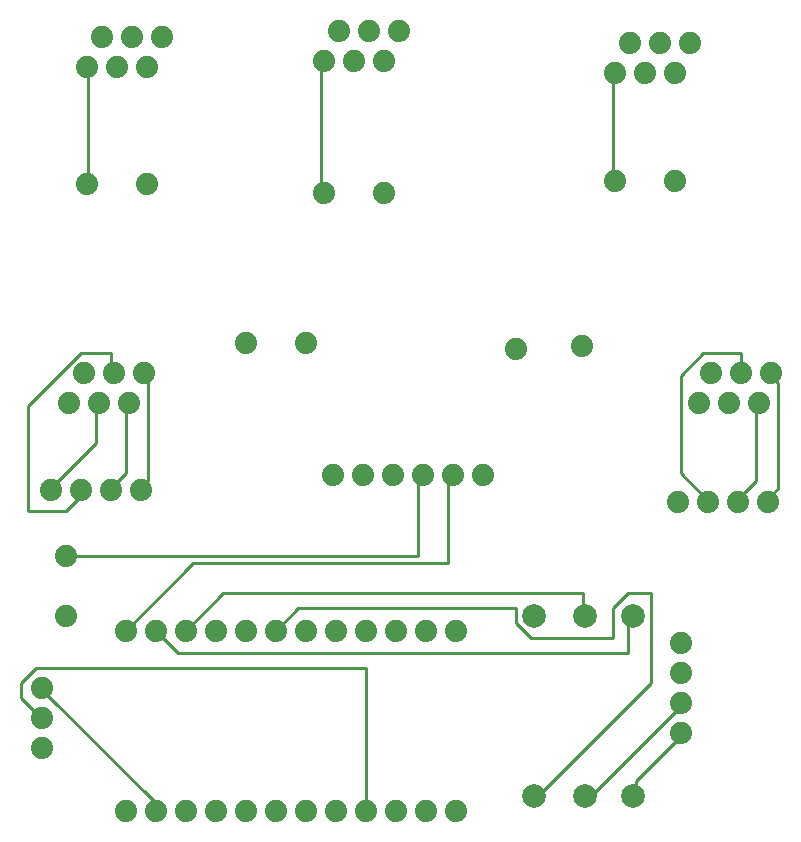
<source format=gbr>
G04 EAGLE Gerber RS-274X export*
G75*
%MOMM*%
%FSLAX34Y34*%
%LPD*%
%INTop Copper*%
%IPPOS*%
%AMOC8*
5,1,8,0,0,1.08239X$1,22.5*%
G01*
%ADD10C,1.879600*%
%ADD11C,2.000000*%
%ADD12C,0.254000*%


D10*
X101600Y177800D03*
X127000Y177800D03*
X152400Y177800D03*
X177800Y177800D03*
X203200Y177800D03*
X228600Y177800D03*
X254000Y177800D03*
X279400Y177800D03*
X304800Y177800D03*
X330200Y177800D03*
X355600Y177800D03*
X381000Y177800D03*
X381000Y25400D03*
X355600Y25400D03*
X330200Y25400D03*
X304800Y25400D03*
X279400Y25400D03*
X254000Y25400D03*
X228600Y25400D03*
X203200Y25400D03*
X177800Y25400D03*
X152400Y25400D03*
X127000Y25400D03*
X101600Y25400D03*
X30480Y129540D03*
X30480Y104140D03*
X30480Y78740D03*
X571500Y167640D03*
X571500Y142240D03*
X571500Y116840D03*
X571500Y91440D03*
D11*
X447040Y38100D03*
X447040Y190500D03*
X490220Y190500D03*
X490220Y38100D03*
X530860Y190500D03*
X530860Y38100D03*
D10*
X254000Y421640D03*
X403860Y309880D03*
X378460Y309880D03*
X353060Y309880D03*
X327660Y309880D03*
X302260Y309880D03*
X276860Y309880D03*
X50800Y241300D03*
X50800Y190500D03*
X203200Y421640D03*
X431800Y416560D03*
X487680Y419100D03*
X114300Y297180D03*
X88900Y297180D03*
X63500Y297180D03*
X38100Y297180D03*
X645160Y287020D03*
X619760Y287020D03*
X594360Y287020D03*
X568960Y287020D03*
X53340Y370840D03*
X78740Y370840D03*
X104140Y370840D03*
X66040Y396240D03*
X91440Y396240D03*
X116840Y396240D03*
X586740Y370840D03*
X612140Y370840D03*
X637540Y370840D03*
X596900Y396240D03*
X622300Y396240D03*
X647700Y396240D03*
X81280Y680720D03*
X106680Y680720D03*
X132080Y680720D03*
X68580Y655320D03*
X93980Y655320D03*
X119380Y655320D03*
X68580Y556260D03*
X119380Y556260D03*
X269240Y660400D03*
X294640Y660400D03*
X320040Y660400D03*
X269240Y548640D03*
X281940Y685800D03*
X307340Y685800D03*
X332740Y685800D03*
X320040Y548640D03*
X515620Y650240D03*
X541020Y650240D03*
X566420Y650240D03*
X515620Y558800D03*
X528320Y675640D03*
X553720Y675640D03*
X579120Y675640D03*
X566420Y558800D03*
D12*
X25400Y107950D02*
X12700Y120650D01*
X12700Y133350D01*
X25400Y146050D01*
X304800Y146050D01*
X304800Y25400D01*
X30480Y104140D02*
X25400Y107950D01*
X101600Y177800D02*
X158750Y234950D01*
X374650Y234950D01*
X374650Y304800D01*
X378460Y309880D01*
X127000Y31750D02*
X31750Y127000D01*
X127000Y31750D02*
X127000Y25400D01*
X31750Y127000D02*
X30480Y129540D01*
X495300Y38100D02*
X571500Y114300D01*
X571500Y116840D01*
X495300Y38100D02*
X490220Y38100D01*
X533400Y50800D02*
X571500Y88900D01*
X533400Y50800D02*
X533400Y38100D01*
X571500Y88900D02*
X571500Y91440D01*
X533400Y38100D02*
X530860Y38100D01*
X349250Y241300D02*
X50800Y241300D01*
X349250Y241300D02*
X349250Y304800D01*
X353060Y309880D01*
X247650Y196850D02*
X228600Y177800D01*
X247650Y196850D02*
X431800Y196850D01*
X431800Y184150D01*
X444500Y171450D01*
X514350Y171450D01*
X514350Y196850D01*
X527050Y209550D01*
X546100Y209550D01*
X546100Y133350D01*
X450850Y38100D01*
X447040Y38100D01*
X184150Y209550D02*
X152400Y177800D01*
X184150Y209550D02*
X488950Y209550D01*
X488950Y190500D01*
X490220Y190500D01*
X146050Y158750D02*
X127000Y177800D01*
X146050Y158750D02*
X527050Y158750D01*
X527050Y190500D01*
X530860Y190500D01*
X76200Y336550D02*
X38100Y298450D01*
X76200Y336550D02*
X76200Y368300D01*
X38100Y298450D02*
X38100Y297180D01*
X76200Y368300D02*
X78740Y370840D01*
X63500Y292100D02*
X50800Y279400D01*
X19050Y279400D01*
X19050Y368300D01*
X63500Y412750D01*
X88900Y412750D01*
X88900Y400050D01*
X63500Y297180D02*
X63500Y292100D01*
X91440Y396240D02*
X88900Y400050D01*
X101600Y311150D02*
X88900Y298450D01*
X101600Y311150D02*
X101600Y368300D01*
X88900Y298450D02*
X88900Y297180D01*
X101600Y368300D02*
X104140Y370840D01*
X120650Y304800D02*
X114300Y298450D01*
X120650Y304800D02*
X120650Y393700D01*
X114300Y298450D02*
X114300Y297180D01*
X120650Y393700D02*
X116840Y396240D01*
X571500Y311150D02*
X590550Y292100D01*
X571500Y311150D02*
X571500Y393700D01*
X590550Y412750D01*
X622300Y412750D01*
X622300Y396240D01*
X590550Y292100D02*
X594360Y287020D01*
X622300Y292100D02*
X635000Y304800D01*
X635000Y368300D01*
X622300Y292100D02*
X619760Y287020D01*
X635000Y368300D02*
X637540Y370840D01*
X654050Y298450D02*
X647700Y292100D01*
X654050Y298450D02*
X654050Y387350D01*
X647700Y393700D01*
X647700Y292100D02*
X645160Y287020D01*
X647700Y393700D02*
X647700Y396240D01*
X69850Y558800D02*
X69850Y654050D01*
X69850Y558800D02*
X68580Y556260D01*
X69850Y654050D02*
X68580Y655320D01*
X266700Y660400D02*
X266700Y552450D01*
X269240Y548640D01*
X269240Y660400D02*
X266700Y660400D01*
X514350Y647700D02*
X514350Y558800D01*
X515620Y558800D01*
X514350Y647700D02*
X515620Y650240D01*
M02*

</source>
